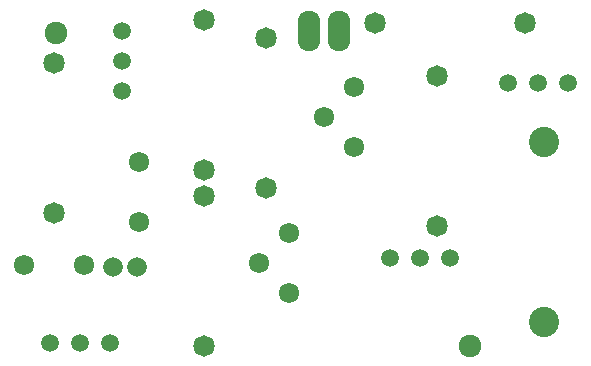
<source format=gbr>
G04 #@! TF.FileFunction,Soldermask,Bot*
%FSLAX46Y46*%
G04 Gerber Fmt 4.6, Leading zero omitted, Abs format (unit mm)*
G04 Created by KiCad (PCBNEW 4.0.7) date 03/11/18 13:24:30*
%MOMM*%
%LPD*%
G01*
G04 APERTURE LIST*
%ADD10C,0.100000*%
%ADD11C,1.720800*%
%ADD12C,1.670000*%
%ADD13C,2.559000*%
%ADD14C,1.924000*%
%ADD15C,1.822400*%
%ADD16C,1.517600*%
%ADD17O,1.924000X3.448000*%
G04 APERTURE END LIST*
D10*
D11*
X125171100Y-111824850D03*
X130251100Y-111824850D03*
X134854850Y-103093600D03*
X134854850Y-108173600D03*
D12*
X134759600Y-111983600D03*
X132727600Y-111983600D03*
D13*
X169144850Y-116587350D03*
X169144850Y-101347350D03*
D14*
X127869850Y-92139850D03*
X162953600Y-118651100D03*
D11*
X147554850Y-109126100D03*
X145014850Y-111666100D03*
X147554850Y-114206100D03*
X153111100Y-96743600D03*
X150571100Y-99283600D03*
X153111100Y-101823600D03*
D15*
X127711100Y-107379850D03*
X127711100Y-94679850D03*
D16*
X161207350Y-111189850D03*
X158667350Y-111189850D03*
X156127350Y-111189850D03*
D15*
X145649850Y-105316100D03*
X145649850Y-92616100D03*
X154857350Y-91346100D03*
X167557350Y-91346100D03*
X160096100Y-108491100D03*
X160096100Y-95791100D03*
X140411100Y-118651100D03*
X140411100Y-105951100D03*
D16*
X133426100Y-91981100D03*
X133426100Y-94521100D03*
X133426100Y-97061100D03*
X127373600Y-118444850D03*
X129913600Y-118444850D03*
X132453600Y-118444850D03*
X171208600Y-96426100D03*
X168668600Y-96426100D03*
X166128600Y-96426100D03*
D15*
X140411100Y-91028600D03*
X140411100Y-103728600D03*
D17*
X149301100Y-91981100D03*
X151841100Y-91981100D03*
M02*

</source>
